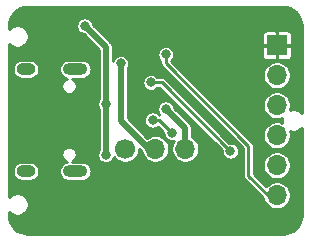
<source format=gbr>
%TF.GenerationSoftware,KiCad,Pcbnew,5.1.10*%
%TF.CreationDate,2021-06-29T15:39:21+12:00*%
%TF.ProjectId,USBCereal,55534243-6572-4656-916c-2e6b69636164,rev?*%
%TF.SameCoordinates,Original*%
%TF.FileFunction,Copper,L2,Bot*%
%TF.FilePolarity,Positive*%
%FSLAX46Y46*%
G04 Gerber Fmt 4.6, Leading zero omitted, Abs format (unit mm)*
G04 Created by KiCad (PCBNEW 5.1.10) date 2021-06-29 15:39:21*
%MOMM*%
%LPD*%
G01*
G04 APERTURE LIST*
%TA.AperFunction,ComponentPad*%
%ADD10O,2.100000X1.000000*%
%TD*%
%TA.AperFunction,ComponentPad*%
%ADD11O,1.600000X1.000000*%
%TD*%
%TA.AperFunction,ComponentPad*%
%ADD12O,1.700000X1.700000*%
%TD*%
%TA.AperFunction,ComponentPad*%
%ADD13R,1.700000X1.700000*%
%TD*%
%TA.AperFunction,ComponentPad*%
%ADD14C,1.700000*%
%TD*%
%TA.AperFunction,ViaPad*%
%ADD15C,0.800000*%
%TD*%
%TA.AperFunction,Conductor*%
%ADD16C,0.500000*%
%TD*%
%TA.AperFunction,Conductor*%
%ADD17C,0.250000*%
%TD*%
%TA.AperFunction,Conductor*%
%ADD18C,0.254000*%
%TD*%
%TA.AperFunction,Conductor*%
%ADD19C,0.100000*%
%TD*%
G04 APERTURE END LIST*
D10*
%TO.P,J1,S1*%
%TO.N,Net-(J1-PadS1)*%
X26879000Y-31371000D03*
X26879000Y-22731000D03*
D11*
X22699000Y-22731000D03*
X22699000Y-31371000D03*
%TD*%
D12*
%TO.P,J2,6*%
%TO.N,/DTR*%
X43942000Y-33401000D03*
%TO.P,J2,5*%
%TO.N,/RXD*%
X43942000Y-30861000D03*
%TO.P,J2,4*%
%TO.N,/TXD*%
X43942000Y-28321000D03*
%TO.P,J2,3*%
%TO.N,VCC*%
X43942000Y-25781000D03*
%TO.P,J2,2*%
%TO.N,/CTS*%
X43942000Y-23241000D03*
D13*
%TO.P,J2,1*%
%TO.N,GNDD*%
X43942000Y-20701000D03*
%TD*%
D12*
%TO.P,JP1,3*%
%TO.N,+3V3*%
X36195000Y-29464000D03*
%TO.P,JP1,2*%
%TO.N,VCC*%
X33655000Y-29464000D03*
D14*
%TO.P,JP1,1*%
%TO.N,+5V*%
X31115000Y-29464000D03*
%TD*%
D15*
%TO.N,+5V*%
X29464000Y-25654000D03*
X29464000Y-29971980D03*
X27686000Y-19050000D03*
%TO.N,GNDD*%
X28448000Y-32004000D03*
X28397200Y-22047184D03*
X24231600Y-30022800D03*
X24231600Y-24130000D03*
X24231600Y-27076400D03*
X40894000Y-19050000D03*
X30734000Y-32004000D03*
%TO.N,+3V3*%
X34544000Y-26081288D03*
%TO.N,/USB_D-*%
X33426404Y-27025600D03*
X35052000Y-28092400D03*
%TO.N,VCC*%
X30734000Y-22225000D03*
%TO.N,/DTR*%
X34544000Y-21475000D03*
%TO.N,/RXD*%
X40005000Y-29654500D03*
X33274000Y-23839000D03*
%TD*%
D16*
%TO.N,+5V*%
X29464000Y-25654000D02*
X29464000Y-29971980D01*
X29464000Y-25654000D02*
X29464000Y-20828000D01*
X29464000Y-20828000D02*
X27686000Y-19050000D01*
%TO.N,+3V3*%
X36195000Y-27732288D02*
X34544000Y-26081288D01*
X36195000Y-29464000D02*
X36195000Y-27732288D01*
D17*
%TO.N,/USB_D-*%
X33985200Y-27025600D02*
X35052000Y-28092400D01*
X33426404Y-27025600D02*
X33985200Y-27025600D01*
D16*
%TO.N,VCC*%
X30734000Y-27114500D02*
X30734000Y-22225000D01*
X33083500Y-29464000D02*
X30734000Y-27114500D01*
X33655000Y-29464000D02*
X33083500Y-29464000D01*
D17*
%TO.N,/DTR*%
X41529000Y-31750000D02*
X43180000Y-33401000D01*
X41529000Y-29210000D02*
X41529000Y-31750000D01*
X34544000Y-22225000D02*
X41529000Y-29210000D01*
X34544000Y-21475000D02*
X34544000Y-22225000D01*
%TO.N,/RXD*%
X34126000Y-23839000D02*
X33274000Y-23839000D01*
X34189500Y-23839000D02*
X34126000Y-23839000D01*
X40005000Y-29654500D02*
X34189500Y-23839000D01*
%TD*%
D18*
%TO.N,GNDD*%
X44760723Y-17480717D02*
X45059615Y-17570957D01*
X45335288Y-17717535D01*
X45577238Y-17914864D01*
X45776251Y-18155430D01*
X45924750Y-18430071D01*
X46017075Y-18728325D01*
X46050589Y-19047188D01*
X46050600Y-19050326D01*
X46050600Y-26417683D01*
X45945227Y-26312310D01*
X45789467Y-26208235D01*
X45616396Y-26136547D01*
X45432665Y-26100000D01*
X45245335Y-26100000D01*
X45069341Y-26135008D01*
X45073769Y-26124318D01*
X45119000Y-25896924D01*
X45119000Y-25665076D01*
X45073769Y-25437682D01*
X44985044Y-25223481D01*
X44856236Y-25030706D01*
X44692294Y-24866764D01*
X44499519Y-24737956D01*
X44285318Y-24649231D01*
X44057924Y-24604000D01*
X43826076Y-24604000D01*
X43598682Y-24649231D01*
X43384481Y-24737956D01*
X43191706Y-24866764D01*
X43027764Y-25030706D01*
X42898956Y-25223481D01*
X42810231Y-25437682D01*
X42765000Y-25665076D01*
X42765000Y-25896924D01*
X42810231Y-26124318D01*
X42898956Y-26338519D01*
X43027764Y-26531294D01*
X43191706Y-26695236D01*
X43384481Y-26824044D01*
X43598682Y-26912769D01*
X43826076Y-26958000D01*
X44057924Y-26958000D01*
X44285318Y-26912769D01*
X44406881Y-26862416D01*
X44388000Y-26957335D01*
X44388000Y-27144665D01*
X44406881Y-27239584D01*
X44285318Y-27189231D01*
X44057924Y-27144000D01*
X43826076Y-27144000D01*
X43598682Y-27189231D01*
X43384481Y-27277956D01*
X43191706Y-27406764D01*
X43027764Y-27570706D01*
X42898956Y-27763481D01*
X42810231Y-27977682D01*
X42765000Y-28205076D01*
X42765000Y-28436924D01*
X42810231Y-28664318D01*
X42898956Y-28878519D01*
X43027764Y-29071294D01*
X43191706Y-29235236D01*
X43384481Y-29364044D01*
X43598682Y-29452769D01*
X43826076Y-29498000D01*
X44057924Y-29498000D01*
X44285318Y-29452769D01*
X44499519Y-29364044D01*
X44692294Y-29235236D01*
X44856236Y-29071294D01*
X44985044Y-28878519D01*
X45073769Y-28664318D01*
X45119000Y-28436924D01*
X45119000Y-28205076D01*
X45073769Y-27977682D01*
X45069341Y-27966992D01*
X45245335Y-28002000D01*
X45432665Y-28002000D01*
X45616396Y-27965453D01*
X45789467Y-27893765D01*
X45945227Y-27789690D01*
X46050601Y-27684316D01*
X46050601Y-35043317D01*
X46019283Y-35362723D01*
X45929041Y-35661619D01*
X45782465Y-35937288D01*
X45585136Y-36179238D01*
X45344569Y-36378252D01*
X45069928Y-36526750D01*
X44771675Y-36619075D01*
X44452812Y-36652589D01*
X44449674Y-36652600D01*
X22868673Y-36652600D01*
X22549277Y-36621283D01*
X22250381Y-36531041D01*
X21974712Y-36384465D01*
X21732762Y-36187136D01*
X21533748Y-35946569D01*
X21385250Y-35671928D01*
X21292925Y-35373675D01*
X21259411Y-35054812D01*
X21259400Y-35051674D01*
X21259400Y-34796317D01*
X21364773Y-34901690D01*
X21520533Y-35005765D01*
X21693604Y-35077453D01*
X21877335Y-35114000D01*
X22064665Y-35114000D01*
X22248396Y-35077453D01*
X22421467Y-35005765D01*
X22577227Y-34901690D01*
X22709690Y-34769227D01*
X22813765Y-34613467D01*
X22885453Y-34440396D01*
X22922000Y-34256665D01*
X22922000Y-34069335D01*
X22885453Y-33885604D01*
X22813765Y-33712533D01*
X22709690Y-33556773D01*
X22577227Y-33424310D01*
X22421467Y-33320235D01*
X22248396Y-33248547D01*
X22064665Y-33212000D01*
X21877335Y-33212000D01*
X21693604Y-33248547D01*
X21520533Y-33320235D01*
X21364773Y-33424310D01*
X21259400Y-33529683D01*
X21259400Y-31371000D01*
X21567999Y-31371000D01*
X21583966Y-31533120D01*
X21631255Y-31689010D01*
X21708048Y-31832679D01*
X21811394Y-31958606D01*
X21937321Y-32061952D01*
X22080990Y-32138745D01*
X22236880Y-32186034D01*
X22358376Y-32198000D01*
X23039624Y-32198000D01*
X23161120Y-32186034D01*
X23317010Y-32138745D01*
X23460679Y-32061952D01*
X23586606Y-31958606D01*
X23689952Y-31832679D01*
X23766745Y-31689010D01*
X23814034Y-31533120D01*
X23830001Y-31371000D01*
X25497999Y-31371000D01*
X25513966Y-31533120D01*
X25561255Y-31689010D01*
X25638048Y-31832679D01*
X25741394Y-31958606D01*
X25867321Y-32061952D01*
X26010990Y-32138745D01*
X26166880Y-32186034D01*
X26288376Y-32198000D01*
X27469624Y-32198000D01*
X27591120Y-32186034D01*
X27747010Y-32138745D01*
X27890679Y-32061952D01*
X28016606Y-31958606D01*
X28119952Y-31832679D01*
X28196745Y-31689010D01*
X28244034Y-31533120D01*
X28260001Y-31371000D01*
X28244034Y-31208880D01*
X28196745Y-31052990D01*
X28119952Y-30909321D01*
X28016606Y-30783394D01*
X27890679Y-30680048D01*
X27747010Y-30603255D01*
X27591120Y-30555966D01*
X27469624Y-30544000D01*
X26596987Y-30544000D01*
X26657838Y-30518795D01*
X26764626Y-30447442D01*
X26855442Y-30356626D01*
X26926795Y-30249838D01*
X26975944Y-30131181D01*
X27001000Y-30005216D01*
X27001000Y-29876784D01*
X26975944Y-29750819D01*
X26926795Y-29632162D01*
X26855442Y-29525374D01*
X26764626Y-29434558D01*
X26657838Y-29363205D01*
X26539181Y-29314056D01*
X26413216Y-29289000D01*
X26284784Y-29289000D01*
X26158819Y-29314056D01*
X26040162Y-29363205D01*
X25933374Y-29434558D01*
X25842558Y-29525374D01*
X25771205Y-29632162D01*
X25722056Y-29750819D01*
X25697000Y-29876784D01*
X25697000Y-30005216D01*
X25722056Y-30131181D01*
X25771205Y-30249838D01*
X25842558Y-30356626D01*
X25933374Y-30447442D01*
X26040162Y-30518795D01*
X26145534Y-30562441D01*
X26010990Y-30603255D01*
X25867321Y-30680048D01*
X25741394Y-30783394D01*
X25638048Y-30909321D01*
X25561255Y-31052990D01*
X25513966Y-31208880D01*
X25497999Y-31371000D01*
X23830001Y-31371000D01*
X23814034Y-31208880D01*
X23766745Y-31052990D01*
X23689952Y-30909321D01*
X23586606Y-30783394D01*
X23460679Y-30680048D01*
X23317010Y-30603255D01*
X23161120Y-30555966D01*
X23039624Y-30544000D01*
X22358376Y-30544000D01*
X22236880Y-30555966D01*
X22080990Y-30603255D01*
X21937321Y-30680048D01*
X21811394Y-30783394D01*
X21708048Y-30909321D01*
X21631255Y-31052990D01*
X21583966Y-31208880D01*
X21567999Y-31371000D01*
X21259400Y-31371000D01*
X21259400Y-22731000D01*
X21567999Y-22731000D01*
X21583966Y-22893120D01*
X21631255Y-23049010D01*
X21708048Y-23192679D01*
X21811394Y-23318606D01*
X21937321Y-23421952D01*
X22080990Y-23498745D01*
X22236880Y-23546034D01*
X22358376Y-23558000D01*
X23039624Y-23558000D01*
X23161120Y-23546034D01*
X23317010Y-23498745D01*
X23460679Y-23421952D01*
X23586606Y-23318606D01*
X23689952Y-23192679D01*
X23766745Y-23049010D01*
X23814034Y-22893120D01*
X23830001Y-22731000D01*
X25497999Y-22731000D01*
X25513966Y-22893120D01*
X25561255Y-23049010D01*
X25638048Y-23192679D01*
X25741394Y-23318606D01*
X25867321Y-23421952D01*
X26010990Y-23498745D01*
X26145534Y-23539559D01*
X26040162Y-23583205D01*
X25933374Y-23654558D01*
X25842558Y-23745374D01*
X25771205Y-23852162D01*
X25722056Y-23970819D01*
X25697000Y-24096784D01*
X25697000Y-24225216D01*
X25722056Y-24351181D01*
X25771205Y-24469838D01*
X25842558Y-24576626D01*
X25933374Y-24667442D01*
X26040162Y-24738795D01*
X26158819Y-24787944D01*
X26284784Y-24813000D01*
X26413216Y-24813000D01*
X26539181Y-24787944D01*
X26657838Y-24738795D01*
X26764626Y-24667442D01*
X26855442Y-24576626D01*
X26926795Y-24469838D01*
X26975944Y-24351181D01*
X27001000Y-24225216D01*
X27001000Y-24096784D01*
X26975944Y-23970819D01*
X26926795Y-23852162D01*
X26855442Y-23745374D01*
X26764626Y-23654558D01*
X26657838Y-23583205D01*
X26596987Y-23558000D01*
X27469624Y-23558000D01*
X27591120Y-23546034D01*
X27747010Y-23498745D01*
X27890679Y-23421952D01*
X28016606Y-23318606D01*
X28119952Y-23192679D01*
X28196745Y-23049010D01*
X28244034Y-22893120D01*
X28260001Y-22731000D01*
X28244034Y-22568880D01*
X28196745Y-22412990D01*
X28119952Y-22269321D01*
X28016606Y-22143394D01*
X27890679Y-22040048D01*
X27747010Y-21963255D01*
X27591120Y-21915966D01*
X27469624Y-21904000D01*
X26288376Y-21904000D01*
X26166880Y-21915966D01*
X26010990Y-21963255D01*
X25867321Y-22040048D01*
X25741394Y-22143394D01*
X25638048Y-22269321D01*
X25561255Y-22412990D01*
X25513966Y-22568880D01*
X25497999Y-22731000D01*
X23830001Y-22731000D01*
X23814034Y-22568880D01*
X23766745Y-22412990D01*
X23689952Y-22269321D01*
X23586606Y-22143394D01*
X23460679Y-22040048D01*
X23317010Y-21963255D01*
X23161120Y-21915966D01*
X23039624Y-21904000D01*
X22358376Y-21904000D01*
X22236880Y-21915966D01*
X22080990Y-21963255D01*
X21937321Y-22040048D01*
X21811394Y-22143394D01*
X21708048Y-22269321D01*
X21631255Y-22412990D01*
X21583966Y-22568880D01*
X21567999Y-22731000D01*
X21259400Y-22731000D01*
X21259400Y-20572317D01*
X21364773Y-20677690D01*
X21520533Y-20781765D01*
X21693604Y-20853453D01*
X21877335Y-20890000D01*
X22064665Y-20890000D01*
X22248396Y-20853453D01*
X22421467Y-20781765D01*
X22577227Y-20677690D01*
X22709690Y-20545227D01*
X22813765Y-20389467D01*
X22885453Y-20216396D01*
X22922000Y-20032665D01*
X22922000Y-19845335D01*
X22885453Y-19661604D01*
X22813765Y-19488533D01*
X22709690Y-19332773D01*
X22577227Y-19200310D01*
X22421467Y-19096235D01*
X22248396Y-19024547D01*
X22064665Y-18988000D01*
X21877335Y-18988000D01*
X21693604Y-19024547D01*
X21520533Y-19096235D01*
X21364773Y-19200310D01*
X21259400Y-19305683D01*
X21259400Y-19058673D01*
X21267271Y-18978397D01*
X26959000Y-18978397D01*
X26959000Y-19121603D01*
X26986938Y-19262058D01*
X27041741Y-19394364D01*
X27121302Y-19513436D01*
X27222564Y-19614698D01*
X27341636Y-19694259D01*
X27473942Y-19749062D01*
X27592679Y-19772680D01*
X28887001Y-21067002D01*
X28887000Y-25208975D01*
X28819741Y-25309636D01*
X28764938Y-25441942D01*
X28737000Y-25582397D01*
X28737000Y-25725603D01*
X28764938Y-25866058D01*
X28819741Y-25998364D01*
X28887000Y-26099025D01*
X28887001Y-29526954D01*
X28819741Y-29627616D01*
X28764938Y-29759922D01*
X28737000Y-29900377D01*
X28737000Y-30043583D01*
X28764938Y-30184038D01*
X28819741Y-30316344D01*
X28899302Y-30435416D01*
X29000564Y-30536678D01*
X29119636Y-30616239D01*
X29251942Y-30671042D01*
X29392397Y-30698980D01*
X29535603Y-30698980D01*
X29676058Y-30671042D01*
X29808364Y-30616239D01*
X29927436Y-30536678D01*
X30028698Y-30435416D01*
X30108259Y-30316344D01*
X30163062Y-30184038D01*
X30167073Y-30163872D01*
X30200764Y-30214294D01*
X30364706Y-30378236D01*
X30557481Y-30507044D01*
X30771682Y-30595769D01*
X30999076Y-30641000D01*
X31230924Y-30641000D01*
X31458318Y-30595769D01*
X31672519Y-30507044D01*
X31865294Y-30378236D01*
X32029236Y-30214294D01*
X32158044Y-30021519D01*
X32246769Y-29807318D01*
X32292000Y-29579924D01*
X32292000Y-29488501D01*
X32501483Y-29697984D01*
X32523231Y-29807318D01*
X32611956Y-30021519D01*
X32740764Y-30214294D01*
X32904706Y-30378236D01*
X33097481Y-30507044D01*
X33311682Y-30595769D01*
X33539076Y-30641000D01*
X33770924Y-30641000D01*
X33998318Y-30595769D01*
X34212519Y-30507044D01*
X34405294Y-30378236D01*
X34569236Y-30214294D01*
X34698044Y-30021519D01*
X34786769Y-29807318D01*
X34832000Y-29579924D01*
X34832000Y-29348076D01*
X34786769Y-29120682D01*
X34698044Y-28906481D01*
X34569236Y-28713706D01*
X34405294Y-28549764D01*
X34212519Y-28420956D01*
X33998318Y-28332231D01*
X33770924Y-28287000D01*
X33539076Y-28287000D01*
X33311682Y-28332231D01*
X33097481Y-28420956D01*
X32952998Y-28517497D01*
X31389498Y-26953997D01*
X32699404Y-26953997D01*
X32699404Y-27097203D01*
X32727342Y-27237658D01*
X32782145Y-27369964D01*
X32861706Y-27489036D01*
X32962968Y-27590298D01*
X33082040Y-27669859D01*
X33214346Y-27724662D01*
X33354801Y-27752600D01*
X33498007Y-27752600D01*
X33638462Y-27724662D01*
X33770768Y-27669859D01*
X33889840Y-27590298D01*
X33900257Y-27579881D01*
X34327683Y-28007307D01*
X34325000Y-28020797D01*
X34325000Y-28164003D01*
X34352938Y-28304458D01*
X34407741Y-28436764D01*
X34487302Y-28555836D01*
X34588564Y-28657098D01*
X34707636Y-28736659D01*
X34839942Y-28791462D01*
X34980397Y-28819400D01*
X35123603Y-28819400D01*
X35223406Y-28799548D01*
X35151956Y-28906481D01*
X35063231Y-29120682D01*
X35018000Y-29348076D01*
X35018000Y-29579924D01*
X35063231Y-29807318D01*
X35151956Y-30021519D01*
X35280764Y-30214294D01*
X35444706Y-30378236D01*
X35637481Y-30507044D01*
X35851682Y-30595769D01*
X36079076Y-30641000D01*
X36310924Y-30641000D01*
X36538318Y-30595769D01*
X36752519Y-30507044D01*
X36945294Y-30378236D01*
X37109236Y-30214294D01*
X37238044Y-30021519D01*
X37326769Y-29807318D01*
X37372000Y-29579924D01*
X37372000Y-29348076D01*
X37326769Y-29120682D01*
X37238044Y-28906481D01*
X37109236Y-28713706D01*
X36945294Y-28549764D01*
X36772000Y-28433973D01*
X36772000Y-27760627D01*
X36774791Y-27732288D01*
X36763651Y-27619176D01*
X36730657Y-27510411D01*
X36709623Y-27471060D01*
X36677079Y-27410173D01*
X36604974Y-27322314D01*
X36582962Y-27304249D01*
X35266680Y-25987967D01*
X35243062Y-25869230D01*
X35188259Y-25736924D01*
X35108698Y-25617852D01*
X35007436Y-25516590D01*
X34888364Y-25437029D01*
X34756058Y-25382226D01*
X34615603Y-25354288D01*
X34472397Y-25354288D01*
X34331942Y-25382226D01*
X34199636Y-25437029D01*
X34080564Y-25516590D01*
X33979302Y-25617852D01*
X33899741Y-25736924D01*
X33844938Y-25869230D01*
X33817000Y-26009685D01*
X33817000Y-26152891D01*
X33844938Y-26293346D01*
X33899741Y-26425652D01*
X33979302Y-26544724D01*
X34008262Y-26573684D01*
X34007405Y-26573600D01*
X33998133Y-26572687D01*
X33991102Y-26562164D01*
X33889840Y-26460902D01*
X33770768Y-26381341D01*
X33638462Y-26326538D01*
X33498007Y-26298600D01*
X33354801Y-26298600D01*
X33214346Y-26326538D01*
X33082040Y-26381341D01*
X32962968Y-26460902D01*
X32861706Y-26562164D01*
X32782145Y-26681236D01*
X32727342Y-26813542D01*
X32699404Y-26953997D01*
X31389498Y-26953997D01*
X31311000Y-26875499D01*
X31311000Y-23767397D01*
X32547000Y-23767397D01*
X32547000Y-23910603D01*
X32574938Y-24051058D01*
X32629741Y-24183364D01*
X32709302Y-24302436D01*
X32810564Y-24403698D01*
X32929636Y-24483259D01*
X33061942Y-24538062D01*
X33202397Y-24566000D01*
X33345603Y-24566000D01*
X33486058Y-24538062D01*
X33618364Y-24483259D01*
X33737436Y-24403698D01*
X33838698Y-24302436D01*
X33846339Y-24291000D01*
X34002277Y-24291000D01*
X39280683Y-29569407D01*
X39278000Y-29582897D01*
X39278000Y-29726103D01*
X39305938Y-29866558D01*
X39360741Y-29998864D01*
X39440302Y-30117936D01*
X39541564Y-30219198D01*
X39660636Y-30298759D01*
X39792942Y-30353562D01*
X39933397Y-30381500D01*
X40076603Y-30381500D01*
X40217058Y-30353562D01*
X40349364Y-30298759D01*
X40468436Y-30219198D01*
X40569698Y-30117936D01*
X40649259Y-29998864D01*
X40704062Y-29866558D01*
X40732000Y-29726103D01*
X40732000Y-29582897D01*
X40704062Y-29442442D01*
X40649259Y-29310136D01*
X40569698Y-29191064D01*
X40468436Y-29089802D01*
X40349364Y-29010241D01*
X40217058Y-28955438D01*
X40076603Y-28927500D01*
X39933397Y-28927500D01*
X39919907Y-28930183D01*
X34524823Y-23535100D01*
X34510659Y-23517841D01*
X34441833Y-23461357D01*
X34363310Y-23419386D01*
X34278107Y-23393540D01*
X34211705Y-23387000D01*
X34189500Y-23384813D01*
X34167295Y-23387000D01*
X33846339Y-23387000D01*
X33838698Y-23375564D01*
X33737436Y-23274302D01*
X33618364Y-23194741D01*
X33486058Y-23139938D01*
X33345603Y-23112000D01*
X33202397Y-23112000D01*
X33061942Y-23139938D01*
X32929636Y-23194741D01*
X32810564Y-23274302D01*
X32709302Y-23375564D01*
X32629741Y-23494636D01*
X32574938Y-23626942D01*
X32547000Y-23767397D01*
X31311000Y-23767397D01*
X31311000Y-22670025D01*
X31378259Y-22569364D01*
X31433062Y-22437058D01*
X31461000Y-22296603D01*
X31461000Y-22153397D01*
X31433062Y-22012942D01*
X31378259Y-21880636D01*
X31298698Y-21761564D01*
X31197436Y-21660302D01*
X31078364Y-21580741D01*
X30946058Y-21525938D01*
X30805603Y-21498000D01*
X30662397Y-21498000D01*
X30521942Y-21525938D01*
X30389636Y-21580741D01*
X30270564Y-21660302D01*
X30169302Y-21761564D01*
X30089741Y-21880636D01*
X30041000Y-21998307D01*
X30041000Y-21403397D01*
X33817000Y-21403397D01*
X33817000Y-21546603D01*
X33844938Y-21687058D01*
X33899741Y-21819364D01*
X33979302Y-21938436D01*
X34080564Y-22039698D01*
X34092001Y-22047340D01*
X34092001Y-22202785D01*
X34089813Y-22225000D01*
X34098540Y-22313607D01*
X34124386Y-22398809D01*
X34124387Y-22398810D01*
X34166358Y-22477333D01*
X34222842Y-22546159D01*
X34240096Y-22560319D01*
X41077000Y-29397224D01*
X41077001Y-31727785D01*
X41074813Y-31750000D01*
X41083540Y-31838607D01*
X41109386Y-31923809D01*
X41146246Y-31992769D01*
X41151358Y-32002333D01*
X41207842Y-32071159D01*
X41225096Y-32085319D01*
X42791891Y-33652115D01*
X42810231Y-33744318D01*
X42898956Y-33958519D01*
X43027764Y-34151294D01*
X43191706Y-34315236D01*
X43384481Y-34444044D01*
X43598682Y-34532769D01*
X43826076Y-34578000D01*
X44057924Y-34578000D01*
X44285318Y-34532769D01*
X44499519Y-34444044D01*
X44692294Y-34315236D01*
X44856236Y-34151294D01*
X44985044Y-33958519D01*
X45073769Y-33744318D01*
X45119000Y-33516924D01*
X45119000Y-33285076D01*
X45073769Y-33057682D01*
X44985044Y-32843481D01*
X44856236Y-32650706D01*
X44692294Y-32486764D01*
X44499519Y-32357956D01*
X44285318Y-32269231D01*
X44057924Y-32224000D01*
X43826076Y-32224000D01*
X43598682Y-32269231D01*
X43384481Y-32357956D01*
X43191706Y-32486764D01*
X43048347Y-32630123D01*
X41981000Y-31562777D01*
X41981000Y-30745076D01*
X42765000Y-30745076D01*
X42765000Y-30976924D01*
X42810231Y-31204318D01*
X42898956Y-31418519D01*
X43027764Y-31611294D01*
X43191706Y-31775236D01*
X43384481Y-31904044D01*
X43598682Y-31992769D01*
X43826076Y-32038000D01*
X44057924Y-32038000D01*
X44285318Y-31992769D01*
X44499519Y-31904044D01*
X44692294Y-31775236D01*
X44856236Y-31611294D01*
X44985044Y-31418519D01*
X45073769Y-31204318D01*
X45119000Y-30976924D01*
X45119000Y-30745076D01*
X45073769Y-30517682D01*
X44985044Y-30303481D01*
X44856236Y-30110706D01*
X44692294Y-29946764D01*
X44499519Y-29817956D01*
X44285318Y-29729231D01*
X44057924Y-29684000D01*
X43826076Y-29684000D01*
X43598682Y-29729231D01*
X43384481Y-29817956D01*
X43191706Y-29946764D01*
X43027764Y-30110706D01*
X42898956Y-30303481D01*
X42810231Y-30517682D01*
X42765000Y-30745076D01*
X41981000Y-30745076D01*
X41981000Y-29232205D01*
X41983187Y-29210000D01*
X41974460Y-29121392D01*
X41948614Y-29036190D01*
X41934744Y-29010241D01*
X41906643Y-28957667D01*
X41850159Y-28888841D01*
X41832906Y-28874682D01*
X36083300Y-23125076D01*
X42765000Y-23125076D01*
X42765000Y-23356924D01*
X42810231Y-23584318D01*
X42898956Y-23798519D01*
X43027764Y-23991294D01*
X43191706Y-24155236D01*
X43384481Y-24284044D01*
X43598682Y-24372769D01*
X43826076Y-24418000D01*
X44057924Y-24418000D01*
X44285318Y-24372769D01*
X44499519Y-24284044D01*
X44692294Y-24155236D01*
X44856236Y-23991294D01*
X44985044Y-23798519D01*
X45073769Y-23584318D01*
X45119000Y-23356924D01*
X45119000Y-23125076D01*
X45073769Y-22897682D01*
X44985044Y-22683481D01*
X44856236Y-22490706D01*
X44692294Y-22326764D01*
X44499519Y-22197956D01*
X44285318Y-22109231D01*
X44057924Y-22064000D01*
X43826076Y-22064000D01*
X43598682Y-22109231D01*
X43384481Y-22197956D01*
X43191706Y-22326764D01*
X43027764Y-22490706D01*
X42898956Y-22683481D01*
X42810231Y-22897682D01*
X42765000Y-23125076D01*
X36083300Y-23125076D01*
X35001732Y-22043509D01*
X35007436Y-22039698D01*
X35108698Y-21938436D01*
X35188259Y-21819364D01*
X35243062Y-21687058D01*
X35270125Y-21551000D01*
X42662934Y-21551000D01*
X42671178Y-21634707D01*
X42695595Y-21715196D01*
X42735245Y-21789376D01*
X42788605Y-21854395D01*
X42853624Y-21907755D01*
X42927804Y-21947405D01*
X43008293Y-21971822D01*
X43092000Y-21980066D01*
X43812250Y-21978000D01*
X43919000Y-21871250D01*
X43919000Y-20724000D01*
X43965000Y-20724000D01*
X43965000Y-21871250D01*
X44071750Y-21978000D01*
X44792000Y-21980066D01*
X44875707Y-21971822D01*
X44956196Y-21947405D01*
X45030376Y-21907755D01*
X45095395Y-21854395D01*
X45148755Y-21789376D01*
X45188405Y-21715196D01*
X45212822Y-21634707D01*
X45221066Y-21551000D01*
X45219000Y-20830750D01*
X45112250Y-20724000D01*
X43965000Y-20724000D01*
X43919000Y-20724000D01*
X42771750Y-20724000D01*
X42665000Y-20830750D01*
X42662934Y-21551000D01*
X35270125Y-21551000D01*
X35271000Y-21546603D01*
X35271000Y-21403397D01*
X35243062Y-21262942D01*
X35188259Y-21130636D01*
X35108698Y-21011564D01*
X35007436Y-20910302D01*
X34888364Y-20830741D01*
X34756058Y-20775938D01*
X34615603Y-20748000D01*
X34472397Y-20748000D01*
X34331942Y-20775938D01*
X34199636Y-20830741D01*
X34080564Y-20910302D01*
X33979302Y-21011564D01*
X33899741Y-21130636D01*
X33844938Y-21262942D01*
X33817000Y-21403397D01*
X30041000Y-21403397D01*
X30041000Y-20856331D01*
X30043790Y-20828000D01*
X30032651Y-20714888D01*
X30013204Y-20650782D01*
X29999657Y-20606124D01*
X29946079Y-20505885D01*
X29873974Y-20418026D01*
X29851962Y-20399961D01*
X29303001Y-19851000D01*
X42662934Y-19851000D01*
X42665000Y-20571250D01*
X42771750Y-20678000D01*
X43919000Y-20678000D01*
X43919000Y-19530750D01*
X43965000Y-19530750D01*
X43965000Y-20678000D01*
X45112250Y-20678000D01*
X45219000Y-20571250D01*
X45221066Y-19851000D01*
X45212822Y-19767293D01*
X45188405Y-19686804D01*
X45148755Y-19612624D01*
X45095395Y-19547605D01*
X45030376Y-19494245D01*
X44956196Y-19454595D01*
X44875707Y-19430178D01*
X44792000Y-19421934D01*
X44071750Y-19424000D01*
X43965000Y-19530750D01*
X43919000Y-19530750D01*
X43812250Y-19424000D01*
X43092000Y-19421934D01*
X43008293Y-19430178D01*
X42927804Y-19454595D01*
X42853624Y-19494245D01*
X42788605Y-19547605D01*
X42735245Y-19612624D01*
X42695595Y-19686804D01*
X42671178Y-19767293D01*
X42662934Y-19851000D01*
X29303001Y-19851000D01*
X28408680Y-18956679D01*
X28385062Y-18837942D01*
X28330259Y-18705636D01*
X28250698Y-18586564D01*
X28149436Y-18485302D01*
X28030364Y-18405741D01*
X27898058Y-18350938D01*
X27757603Y-18323000D01*
X27614397Y-18323000D01*
X27473942Y-18350938D01*
X27341636Y-18405741D01*
X27222564Y-18485302D01*
X27121302Y-18586564D01*
X27041741Y-18705636D01*
X26986938Y-18837942D01*
X26959000Y-18978397D01*
X21267271Y-18978397D01*
X21290717Y-18739277D01*
X21380957Y-18440385D01*
X21527535Y-18164712D01*
X21724864Y-17922762D01*
X21965430Y-17723749D01*
X22240071Y-17575250D01*
X22538325Y-17482925D01*
X22857188Y-17449411D01*
X22860325Y-17449400D01*
X44441327Y-17449400D01*
X44760723Y-17480717D01*
%TA.AperFunction,Conductor*%
D19*
G36*
X44760723Y-17480717D02*
G01*
X45059615Y-17570957D01*
X45335288Y-17717535D01*
X45577238Y-17914864D01*
X45776251Y-18155430D01*
X45924750Y-18430071D01*
X46017075Y-18728325D01*
X46050589Y-19047188D01*
X46050600Y-19050326D01*
X46050600Y-26417683D01*
X45945227Y-26312310D01*
X45789467Y-26208235D01*
X45616396Y-26136547D01*
X45432665Y-26100000D01*
X45245335Y-26100000D01*
X45069341Y-26135008D01*
X45073769Y-26124318D01*
X45119000Y-25896924D01*
X45119000Y-25665076D01*
X45073769Y-25437682D01*
X44985044Y-25223481D01*
X44856236Y-25030706D01*
X44692294Y-24866764D01*
X44499519Y-24737956D01*
X44285318Y-24649231D01*
X44057924Y-24604000D01*
X43826076Y-24604000D01*
X43598682Y-24649231D01*
X43384481Y-24737956D01*
X43191706Y-24866764D01*
X43027764Y-25030706D01*
X42898956Y-25223481D01*
X42810231Y-25437682D01*
X42765000Y-25665076D01*
X42765000Y-25896924D01*
X42810231Y-26124318D01*
X42898956Y-26338519D01*
X43027764Y-26531294D01*
X43191706Y-26695236D01*
X43384481Y-26824044D01*
X43598682Y-26912769D01*
X43826076Y-26958000D01*
X44057924Y-26958000D01*
X44285318Y-26912769D01*
X44406881Y-26862416D01*
X44388000Y-26957335D01*
X44388000Y-27144665D01*
X44406881Y-27239584D01*
X44285318Y-27189231D01*
X44057924Y-27144000D01*
X43826076Y-27144000D01*
X43598682Y-27189231D01*
X43384481Y-27277956D01*
X43191706Y-27406764D01*
X43027764Y-27570706D01*
X42898956Y-27763481D01*
X42810231Y-27977682D01*
X42765000Y-28205076D01*
X42765000Y-28436924D01*
X42810231Y-28664318D01*
X42898956Y-28878519D01*
X43027764Y-29071294D01*
X43191706Y-29235236D01*
X43384481Y-29364044D01*
X43598682Y-29452769D01*
X43826076Y-29498000D01*
X44057924Y-29498000D01*
X44285318Y-29452769D01*
X44499519Y-29364044D01*
X44692294Y-29235236D01*
X44856236Y-29071294D01*
X44985044Y-28878519D01*
X45073769Y-28664318D01*
X45119000Y-28436924D01*
X45119000Y-28205076D01*
X45073769Y-27977682D01*
X45069341Y-27966992D01*
X45245335Y-28002000D01*
X45432665Y-28002000D01*
X45616396Y-27965453D01*
X45789467Y-27893765D01*
X45945227Y-27789690D01*
X46050601Y-27684316D01*
X46050601Y-35043317D01*
X46019283Y-35362723D01*
X45929041Y-35661619D01*
X45782465Y-35937288D01*
X45585136Y-36179238D01*
X45344569Y-36378252D01*
X45069928Y-36526750D01*
X44771675Y-36619075D01*
X44452812Y-36652589D01*
X44449674Y-36652600D01*
X22868673Y-36652600D01*
X22549277Y-36621283D01*
X22250381Y-36531041D01*
X21974712Y-36384465D01*
X21732762Y-36187136D01*
X21533748Y-35946569D01*
X21385250Y-35671928D01*
X21292925Y-35373675D01*
X21259411Y-35054812D01*
X21259400Y-35051674D01*
X21259400Y-34796317D01*
X21364773Y-34901690D01*
X21520533Y-35005765D01*
X21693604Y-35077453D01*
X21877335Y-35114000D01*
X22064665Y-35114000D01*
X22248396Y-35077453D01*
X22421467Y-35005765D01*
X22577227Y-34901690D01*
X22709690Y-34769227D01*
X22813765Y-34613467D01*
X22885453Y-34440396D01*
X22922000Y-34256665D01*
X22922000Y-34069335D01*
X22885453Y-33885604D01*
X22813765Y-33712533D01*
X22709690Y-33556773D01*
X22577227Y-33424310D01*
X22421467Y-33320235D01*
X22248396Y-33248547D01*
X22064665Y-33212000D01*
X21877335Y-33212000D01*
X21693604Y-33248547D01*
X21520533Y-33320235D01*
X21364773Y-33424310D01*
X21259400Y-33529683D01*
X21259400Y-31371000D01*
X21567999Y-31371000D01*
X21583966Y-31533120D01*
X21631255Y-31689010D01*
X21708048Y-31832679D01*
X21811394Y-31958606D01*
X21937321Y-32061952D01*
X22080990Y-32138745D01*
X22236880Y-32186034D01*
X22358376Y-32198000D01*
X23039624Y-32198000D01*
X23161120Y-32186034D01*
X23317010Y-32138745D01*
X23460679Y-32061952D01*
X23586606Y-31958606D01*
X23689952Y-31832679D01*
X23766745Y-31689010D01*
X23814034Y-31533120D01*
X23830001Y-31371000D01*
X25497999Y-31371000D01*
X25513966Y-31533120D01*
X25561255Y-31689010D01*
X25638048Y-31832679D01*
X25741394Y-31958606D01*
X25867321Y-32061952D01*
X26010990Y-32138745D01*
X26166880Y-32186034D01*
X26288376Y-32198000D01*
X27469624Y-32198000D01*
X27591120Y-32186034D01*
X27747010Y-32138745D01*
X27890679Y-32061952D01*
X28016606Y-31958606D01*
X28119952Y-31832679D01*
X28196745Y-31689010D01*
X28244034Y-31533120D01*
X28260001Y-31371000D01*
X28244034Y-31208880D01*
X28196745Y-31052990D01*
X28119952Y-30909321D01*
X28016606Y-30783394D01*
X27890679Y-30680048D01*
X27747010Y-30603255D01*
X27591120Y-30555966D01*
X27469624Y-30544000D01*
X26596987Y-30544000D01*
X26657838Y-30518795D01*
X26764626Y-30447442D01*
X26855442Y-30356626D01*
X26926795Y-30249838D01*
X26975944Y-30131181D01*
X27001000Y-30005216D01*
X27001000Y-29876784D01*
X26975944Y-29750819D01*
X26926795Y-29632162D01*
X26855442Y-29525374D01*
X26764626Y-29434558D01*
X26657838Y-29363205D01*
X26539181Y-29314056D01*
X26413216Y-29289000D01*
X26284784Y-29289000D01*
X26158819Y-29314056D01*
X26040162Y-29363205D01*
X25933374Y-29434558D01*
X25842558Y-29525374D01*
X25771205Y-29632162D01*
X25722056Y-29750819D01*
X25697000Y-29876784D01*
X25697000Y-30005216D01*
X25722056Y-30131181D01*
X25771205Y-30249838D01*
X25842558Y-30356626D01*
X25933374Y-30447442D01*
X26040162Y-30518795D01*
X26145534Y-30562441D01*
X26010990Y-30603255D01*
X25867321Y-30680048D01*
X25741394Y-30783394D01*
X25638048Y-30909321D01*
X25561255Y-31052990D01*
X25513966Y-31208880D01*
X25497999Y-31371000D01*
X23830001Y-31371000D01*
X23814034Y-31208880D01*
X23766745Y-31052990D01*
X23689952Y-30909321D01*
X23586606Y-30783394D01*
X23460679Y-30680048D01*
X23317010Y-30603255D01*
X23161120Y-30555966D01*
X23039624Y-30544000D01*
X22358376Y-30544000D01*
X22236880Y-30555966D01*
X22080990Y-30603255D01*
X21937321Y-30680048D01*
X21811394Y-30783394D01*
X21708048Y-30909321D01*
X21631255Y-31052990D01*
X21583966Y-31208880D01*
X21567999Y-31371000D01*
X21259400Y-31371000D01*
X21259400Y-22731000D01*
X21567999Y-22731000D01*
X21583966Y-22893120D01*
X21631255Y-23049010D01*
X21708048Y-23192679D01*
X21811394Y-23318606D01*
X21937321Y-23421952D01*
X22080990Y-23498745D01*
X22236880Y-23546034D01*
X22358376Y-23558000D01*
X23039624Y-23558000D01*
X23161120Y-23546034D01*
X23317010Y-23498745D01*
X23460679Y-23421952D01*
X23586606Y-23318606D01*
X23689952Y-23192679D01*
X23766745Y-23049010D01*
X23814034Y-22893120D01*
X23830001Y-22731000D01*
X25497999Y-22731000D01*
X25513966Y-22893120D01*
X25561255Y-23049010D01*
X25638048Y-23192679D01*
X25741394Y-23318606D01*
X25867321Y-23421952D01*
X26010990Y-23498745D01*
X26145534Y-23539559D01*
X26040162Y-23583205D01*
X25933374Y-23654558D01*
X25842558Y-23745374D01*
X25771205Y-23852162D01*
X25722056Y-23970819D01*
X25697000Y-24096784D01*
X25697000Y-24225216D01*
X25722056Y-24351181D01*
X25771205Y-24469838D01*
X25842558Y-24576626D01*
X25933374Y-24667442D01*
X26040162Y-24738795D01*
X26158819Y-24787944D01*
X26284784Y-24813000D01*
X26413216Y-24813000D01*
X26539181Y-24787944D01*
X26657838Y-24738795D01*
X26764626Y-24667442D01*
X26855442Y-24576626D01*
X26926795Y-24469838D01*
X26975944Y-24351181D01*
X27001000Y-24225216D01*
X27001000Y-24096784D01*
X26975944Y-23970819D01*
X26926795Y-23852162D01*
X26855442Y-23745374D01*
X26764626Y-23654558D01*
X26657838Y-23583205D01*
X26596987Y-23558000D01*
X27469624Y-23558000D01*
X27591120Y-23546034D01*
X27747010Y-23498745D01*
X27890679Y-23421952D01*
X28016606Y-23318606D01*
X28119952Y-23192679D01*
X28196745Y-23049010D01*
X28244034Y-22893120D01*
X28260001Y-22731000D01*
X28244034Y-22568880D01*
X28196745Y-22412990D01*
X28119952Y-22269321D01*
X28016606Y-22143394D01*
X27890679Y-22040048D01*
X27747010Y-21963255D01*
X27591120Y-21915966D01*
X27469624Y-21904000D01*
X26288376Y-21904000D01*
X26166880Y-21915966D01*
X26010990Y-21963255D01*
X25867321Y-22040048D01*
X25741394Y-22143394D01*
X25638048Y-22269321D01*
X25561255Y-22412990D01*
X25513966Y-22568880D01*
X25497999Y-22731000D01*
X23830001Y-22731000D01*
X23814034Y-22568880D01*
X23766745Y-22412990D01*
X23689952Y-22269321D01*
X23586606Y-22143394D01*
X23460679Y-22040048D01*
X23317010Y-21963255D01*
X23161120Y-21915966D01*
X23039624Y-21904000D01*
X22358376Y-21904000D01*
X22236880Y-21915966D01*
X22080990Y-21963255D01*
X21937321Y-22040048D01*
X21811394Y-22143394D01*
X21708048Y-22269321D01*
X21631255Y-22412990D01*
X21583966Y-22568880D01*
X21567999Y-22731000D01*
X21259400Y-22731000D01*
X21259400Y-20572317D01*
X21364773Y-20677690D01*
X21520533Y-20781765D01*
X21693604Y-20853453D01*
X21877335Y-20890000D01*
X22064665Y-20890000D01*
X22248396Y-20853453D01*
X22421467Y-20781765D01*
X22577227Y-20677690D01*
X22709690Y-20545227D01*
X22813765Y-20389467D01*
X22885453Y-20216396D01*
X22922000Y-20032665D01*
X22922000Y-19845335D01*
X22885453Y-19661604D01*
X22813765Y-19488533D01*
X22709690Y-19332773D01*
X22577227Y-19200310D01*
X22421467Y-19096235D01*
X22248396Y-19024547D01*
X22064665Y-18988000D01*
X21877335Y-18988000D01*
X21693604Y-19024547D01*
X21520533Y-19096235D01*
X21364773Y-19200310D01*
X21259400Y-19305683D01*
X21259400Y-19058673D01*
X21267271Y-18978397D01*
X26959000Y-18978397D01*
X26959000Y-19121603D01*
X26986938Y-19262058D01*
X27041741Y-19394364D01*
X27121302Y-19513436D01*
X27222564Y-19614698D01*
X27341636Y-19694259D01*
X27473942Y-19749062D01*
X27592679Y-19772680D01*
X28887001Y-21067002D01*
X28887000Y-25208975D01*
X28819741Y-25309636D01*
X28764938Y-25441942D01*
X28737000Y-25582397D01*
X28737000Y-25725603D01*
X28764938Y-25866058D01*
X28819741Y-25998364D01*
X28887000Y-26099025D01*
X28887001Y-29526954D01*
X28819741Y-29627616D01*
X28764938Y-29759922D01*
X28737000Y-29900377D01*
X28737000Y-30043583D01*
X28764938Y-30184038D01*
X28819741Y-30316344D01*
X28899302Y-30435416D01*
X29000564Y-30536678D01*
X29119636Y-30616239D01*
X29251942Y-30671042D01*
X29392397Y-30698980D01*
X29535603Y-30698980D01*
X29676058Y-30671042D01*
X29808364Y-30616239D01*
X29927436Y-30536678D01*
X30028698Y-30435416D01*
X30108259Y-30316344D01*
X30163062Y-30184038D01*
X30167073Y-30163872D01*
X30200764Y-30214294D01*
X30364706Y-30378236D01*
X30557481Y-30507044D01*
X30771682Y-30595769D01*
X30999076Y-30641000D01*
X31230924Y-30641000D01*
X31458318Y-30595769D01*
X31672519Y-30507044D01*
X31865294Y-30378236D01*
X32029236Y-30214294D01*
X32158044Y-30021519D01*
X32246769Y-29807318D01*
X32292000Y-29579924D01*
X32292000Y-29488501D01*
X32501483Y-29697984D01*
X32523231Y-29807318D01*
X32611956Y-30021519D01*
X32740764Y-30214294D01*
X32904706Y-30378236D01*
X33097481Y-30507044D01*
X33311682Y-30595769D01*
X33539076Y-30641000D01*
X33770924Y-30641000D01*
X33998318Y-30595769D01*
X34212519Y-30507044D01*
X34405294Y-30378236D01*
X34569236Y-30214294D01*
X34698044Y-30021519D01*
X34786769Y-29807318D01*
X34832000Y-29579924D01*
X34832000Y-29348076D01*
X34786769Y-29120682D01*
X34698044Y-28906481D01*
X34569236Y-28713706D01*
X34405294Y-28549764D01*
X34212519Y-28420956D01*
X33998318Y-28332231D01*
X33770924Y-28287000D01*
X33539076Y-28287000D01*
X33311682Y-28332231D01*
X33097481Y-28420956D01*
X32952998Y-28517497D01*
X31389498Y-26953997D01*
X32699404Y-26953997D01*
X32699404Y-27097203D01*
X32727342Y-27237658D01*
X32782145Y-27369964D01*
X32861706Y-27489036D01*
X32962968Y-27590298D01*
X33082040Y-27669859D01*
X33214346Y-27724662D01*
X33354801Y-27752600D01*
X33498007Y-27752600D01*
X33638462Y-27724662D01*
X33770768Y-27669859D01*
X33889840Y-27590298D01*
X33900257Y-27579881D01*
X34327683Y-28007307D01*
X34325000Y-28020797D01*
X34325000Y-28164003D01*
X34352938Y-28304458D01*
X34407741Y-28436764D01*
X34487302Y-28555836D01*
X34588564Y-28657098D01*
X34707636Y-28736659D01*
X34839942Y-28791462D01*
X34980397Y-28819400D01*
X35123603Y-28819400D01*
X35223406Y-28799548D01*
X35151956Y-28906481D01*
X35063231Y-29120682D01*
X35018000Y-29348076D01*
X35018000Y-29579924D01*
X35063231Y-29807318D01*
X35151956Y-30021519D01*
X35280764Y-30214294D01*
X35444706Y-30378236D01*
X35637481Y-30507044D01*
X35851682Y-30595769D01*
X36079076Y-30641000D01*
X36310924Y-30641000D01*
X36538318Y-30595769D01*
X36752519Y-30507044D01*
X36945294Y-30378236D01*
X37109236Y-30214294D01*
X37238044Y-30021519D01*
X37326769Y-29807318D01*
X37372000Y-29579924D01*
X37372000Y-29348076D01*
X37326769Y-29120682D01*
X37238044Y-28906481D01*
X37109236Y-28713706D01*
X36945294Y-28549764D01*
X36772000Y-28433973D01*
X36772000Y-27760627D01*
X36774791Y-27732288D01*
X36763651Y-27619176D01*
X36730657Y-27510411D01*
X36709623Y-27471060D01*
X36677079Y-27410173D01*
X36604974Y-27322314D01*
X36582962Y-27304249D01*
X35266680Y-25987967D01*
X35243062Y-25869230D01*
X35188259Y-25736924D01*
X35108698Y-25617852D01*
X35007436Y-25516590D01*
X34888364Y-25437029D01*
X34756058Y-25382226D01*
X34615603Y-25354288D01*
X34472397Y-25354288D01*
X34331942Y-25382226D01*
X34199636Y-25437029D01*
X34080564Y-25516590D01*
X33979302Y-25617852D01*
X33899741Y-25736924D01*
X33844938Y-25869230D01*
X33817000Y-26009685D01*
X33817000Y-26152891D01*
X33844938Y-26293346D01*
X33899741Y-26425652D01*
X33979302Y-26544724D01*
X34008262Y-26573684D01*
X34007405Y-26573600D01*
X33998133Y-26572687D01*
X33991102Y-26562164D01*
X33889840Y-26460902D01*
X33770768Y-26381341D01*
X33638462Y-26326538D01*
X33498007Y-26298600D01*
X33354801Y-26298600D01*
X33214346Y-26326538D01*
X33082040Y-26381341D01*
X32962968Y-26460902D01*
X32861706Y-26562164D01*
X32782145Y-26681236D01*
X32727342Y-26813542D01*
X32699404Y-26953997D01*
X31389498Y-26953997D01*
X31311000Y-26875499D01*
X31311000Y-23767397D01*
X32547000Y-23767397D01*
X32547000Y-23910603D01*
X32574938Y-24051058D01*
X32629741Y-24183364D01*
X32709302Y-24302436D01*
X32810564Y-24403698D01*
X32929636Y-24483259D01*
X33061942Y-24538062D01*
X33202397Y-24566000D01*
X33345603Y-24566000D01*
X33486058Y-24538062D01*
X33618364Y-24483259D01*
X33737436Y-24403698D01*
X33838698Y-24302436D01*
X33846339Y-24291000D01*
X34002277Y-24291000D01*
X39280683Y-29569407D01*
X39278000Y-29582897D01*
X39278000Y-29726103D01*
X39305938Y-29866558D01*
X39360741Y-29998864D01*
X39440302Y-30117936D01*
X39541564Y-30219198D01*
X39660636Y-30298759D01*
X39792942Y-30353562D01*
X39933397Y-30381500D01*
X40076603Y-30381500D01*
X40217058Y-30353562D01*
X40349364Y-30298759D01*
X40468436Y-30219198D01*
X40569698Y-30117936D01*
X40649259Y-29998864D01*
X40704062Y-29866558D01*
X40732000Y-29726103D01*
X40732000Y-29582897D01*
X40704062Y-29442442D01*
X40649259Y-29310136D01*
X40569698Y-29191064D01*
X40468436Y-29089802D01*
X40349364Y-29010241D01*
X40217058Y-28955438D01*
X40076603Y-28927500D01*
X39933397Y-28927500D01*
X39919907Y-28930183D01*
X34524823Y-23535100D01*
X34510659Y-23517841D01*
X34441833Y-23461357D01*
X34363310Y-23419386D01*
X34278107Y-23393540D01*
X34211705Y-23387000D01*
X34189500Y-23384813D01*
X34167295Y-23387000D01*
X33846339Y-23387000D01*
X33838698Y-23375564D01*
X33737436Y-23274302D01*
X33618364Y-23194741D01*
X33486058Y-23139938D01*
X33345603Y-23112000D01*
X33202397Y-23112000D01*
X33061942Y-23139938D01*
X32929636Y-23194741D01*
X32810564Y-23274302D01*
X32709302Y-23375564D01*
X32629741Y-23494636D01*
X32574938Y-23626942D01*
X32547000Y-23767397D01*
X31311000Y-23767397D01*
X31311000Y-22670025D01*
X31378259Y-22569364D01*
X31433062Y-22437058D01*
X31461000Y-22296603D01*
X31461000Y-22153397D01*
X31433062Y-22012942D01*
X31378259Y-21880636D01*
X31298698Y-21761564D01*
X31197436Y-21660302D01*
X31078364Y-21580741D01*
X30946058Y-21525938D01*
X30805603Y-21498000D01*
X30662397Y-21498000D01*
X30521942Y-21525938D01*
X30389636Y-21580741D01*
X30270564Y-21660302D01*
X30169302Y-21761564D01*
X30089741Y-21880636D01*
X30041000Y-21998307D01*
X30041000Y-21403397D01*
X33817000Y-21403397D01*
X33817000Y-21546603D01*
X33844938Y-21687058D01*
X33899741Y-21819364D01*
X33979302Y-21938436D01*
X34080564Y-22039698D01*
X34092001Y-22047340D01*
X34092001Y-22202785D01*
X34089813Y-22225000D01*
X34098540Y-22313607D01*
X34124386Y-22398809D01*
X34124387Y-22398810D01*
X34166358Y-22477333D01*
X34222842Y-22546159D01*
X34240096Y-22560319D01*
X41077000Y-29397224D01*
X41077001Y-31727785D01*
X41074813Y-31750000D01*
X41083540Y-31838607D01*
X41109386Y-31923809D01*
X41146246Y-31992769D01*
X41151358Y-32002333D01*
X41207842Y-32071159D01*
X41225096Y-32085319D01*
X42791891Y-33652115D01*
X42810231Y-33744318D01*
X42898956Y-33958519D01*
X43027764Y-34151294D01*
X43191706Y-34315236D01*
X43384481Y-34444044D01*
X43598682Y-34532769D01*
X43826076Y-34578000D01*
X44057924Y-34578000D01*
X44285318Y-34532769D01*
X44499519Y-34444044D01*
X44692294Y-34315236D01*
X44856236Y-34151294D01*
X44985044Y-33958519D01*
X45073769Y-33744318D01*
X45119000Y-33516924D01*
X45119000Y-33285076D01*
X45073769Y-33057682D01*
X44985044Y-32843481D01*
X44856236Y-32650706D01*
X44692294Y-32486764D01*
X44499519Y-32357956D01*
X44285318Y-32269231D01*
X44057924Y-32224000D01*
X43826076Y-32224000D01*
X43598682Y-32269231D01*
X43384481Y-32357956D01*
X43191706Y-32486764D01*
X43048347Y-32630123D01*
X41981000Y-31562777D01*
X41981000Y-30745076D01*
X42765000Y-30745076D01*
X42765000Y-30976924D01*
X42810231Y-31204318D01*
X42898956Y-31418519D01*
X43027764Y-31611294D01*
X43191706Y-31775236D01*
X43384481Y-31904044D01*
X43598682Y-31992769D01*
X43826076Y-32038000D01*
X44057924Y-32038000D01*
X44285318Y-31992769D01*
X44499519Y-31904044D01*
X44692294Y-31775236D01*
X44856236Y-31611294D01*
X44985044Y-31418519D01*
X45073769Y-31204318D01*
X45119000Y-30976924D01*
X45119000Y-30745076D01*
X45073769Y-30517682D01*
X44985044Y-30303481D01*
X44856236Y-30110706D01*
X44692294Y-29946764D01*
X44499519Y-29817956D01*
X44285318Y-29729231D01*
X44057924Y-29684000D01*
X43826076Y-29684000D01*
X43598682Y-29729231D01*
X43384481Y-29817956D01*
X43191706Y-29946764D01*
X43027764Y-30110706D01*
X42898956Y-30303481D01*
X42810231Y-30517682D01*
X42765000Y-30745076D01*
X41981000Y-30745076D01*
X41981000Y-29232205D01*
X41983187Y-29210000D01*
X41974460Y-29121392D01*
X41948614Y-29036190D01*
X41934744Y-29010241D01*
X41906643Y-28957667D01*
X41850159Y-28888841D01*
X41832906Y-28874682D01*
X36083300Y-23125076D01*
X42765000Y-23125076D01*
X42765000Y-23356924D01*
X42810231Y-23584318D01*
X42898956Y-23798519D01*
X43027764Y-23991294D01*
X43191706Y-24155236D01*
X43384481Y-24284044D01*
X43598682Y-24372769D01*
X43826076Y-24418000D01*
X44057924Y-24418000D01*
X44285318Y-24372769D01*
X44499519Y-24284044D01*
X44692294Y-24155236D01*
X44856236Y-23991294D01*
X44985044Y-23798519D01*
X45073769Y-23584318D01*
X45119000Y-23356924D01*
X45119000Y-23125076D01*
X45073769Y-22897682D01*
X44985044Y-22683481D01*
X44856236Y-22490706D01*
X44692294Y-22326764D01*
X44499519Y-22197956D01*
X44285318Y-22109231D01*
X44057924Y-22064000D01*
X43826076Y-22064000D01*
X43598682Y-22109231D01*
X43384481Y-22197956D01*
X43191706Y-22326764D01*
X43027764Y-22490706D01*
X42898956Y-22683481D01*
X42810231Y-22897682D01*
X42765000Y-23125076D01*
X36083300Y-23125076D01*
X35001732Y-22043509D01*
X35007436Y-22039698D01*
X35108698Y-21938436D01*
X35188259Y-21819364D01*
X35243062Y-21687058D01*
X35270125Y-21551000D01*
X42662934Y-21551000D01*
X42671178Y-21634707D01*
X42695595Y-21715196D01*
X42735245Y-21789376D01*
X42788605Y-21854395D01*
X42853624Y-21907755D01*
X42927804Y-21947405D01*
X43008293Y-21971822D01*
X43092000Y-21980066D01*
X43812250Y-21978000D01*
X43919000Y-21871250D01*
X43919000Y-20724000D01*
X43965000Y-20724000D01*
X43965000Y-21871250D01*
X44071750Y-21978000D01*
X44792000Y-21980066D01*
X44875707Y-21971822D01*
X44956196Y-21947405D01*
X45030376Y-21907755D01*
X45095395Y-21854395D01*
X45148755Y-21789376D01*
X45188405Y-21715196D01*
X45212822Y-21634707D01*
X45221066Y-21551000D01*
X45219000Y-20830750D01*
X45112250Y-20724000D01*
X43965000Y-20724000D01*
X43919000Y-20724000D01*
X42771750Y-20724000D01*
X42665000Y-20830750D01*
X42662934Y-21551000D01*
X35270125Y-21551000D01*
X35271000Y-21546603D01*
X35271000Y-21403397D01*
X35243062Y-21262942D01*
X35188259Y-21130636D01*
X35108698Y-21011564D01*
X35007436Y-20910302D01*
X34888364Y-20830741D01*
X34756058Y-20775938D01*
X34615603Y-20748000D01*
X34472397Y-20748000D01*
X34331942Y-20775938D01*
X34199636Y-20830741D01*
X34080564Y-20910302D01*
X33979302Y-21011564D01*
X33899741Y-21130636D01*
X33844938Y-21262942D01*
X33817000Y-21403397D01*
X30041000Y-21403397D01*
X30041000Y-20856331D01*
X30043790Y-20828000D01*
X30032651Y-20714888D01*
X30013204Y-20650782D01*
X29999657Y-20606124D01*
X29946079Y-20505885D01*
X29873974Y-20418026D01*
X29851962Y-20399961D01*
X29303001Y-19851000D01*
X42662934Y-19851000D01*
X42665000Y-20571250D01*
X42771750Y-20678000D01*
X43919000Y-20678000D01*
X43919000Y-19530750D01*
X43965000Y-19530750D01*
X43965000Y-20678000D01*
X45112250Y-20678000D01*
X45219000Y-20571250D01*
X45221066Y-19851000D01*
X45212822Y-19767293D01*
X45188405Y-19686804D01*
X45148755Y-19612624D01*
X45095395Y-19547605D01*
X45030376Y-19494245D01*
X44956196Y-19454595D01*
X44875707Y-19430178D01*
X44792000Y-19421934D01*
X44071750Y-19424000D01*
X43965000Y-19530750D01*
X43919000Y-19530750D01*
X43812250Y-19424000D01*
X43092000Y-19421934D01*
X43008293Y-19430178D01*
X42927804Y-19454595D01*
X42853624Y-19494245D01*
X42788605Y-19547605D01*
X42735245Y-19612624D01*
X42695595Y-19686804D01*
X42671178Y-19767293D01*
X42662934Y-19851000D01*
X29303001Y-19851000D01*
X28408680Y-18956679D01*
X28385062Y-18837942D01*
X28330259Y-18705636D01*
X28250698Y-18586564D01*
X28149436Y-18485302D01*
X28030364Y-18405741D01*
X27898058Y-18350938D01*
X27757603Y-18323000D01*
X27614397Y-18323000D01*
X27473942Y-18350938D01*
X27341636Y-18405741D01*
X27222564Y-18485302D01*
X27121302Y-18586564D01*
X27041741Y-18705636D01*
X26986938Y-18837942D01*
X26959000Y-18978397D01*
X21267271Y-18978397D01*
X21290717Y-18739277D01*
X21380957Y-18440385D01*
X21527535Y-18164712D01*
X21724864Y-17922762D01*
X21965430Y-17723749D01*
X22240071Y-17575250D01*
X22538325Y-17482925D01*
X22857188Y-17449411D01*
X22860325Y-17449400D01*
X44441327Y-17449400D01*
X44760723Y-17480717D01*
G37*
%TD.AperFunction*%
%TD*%
M02*

</source>
